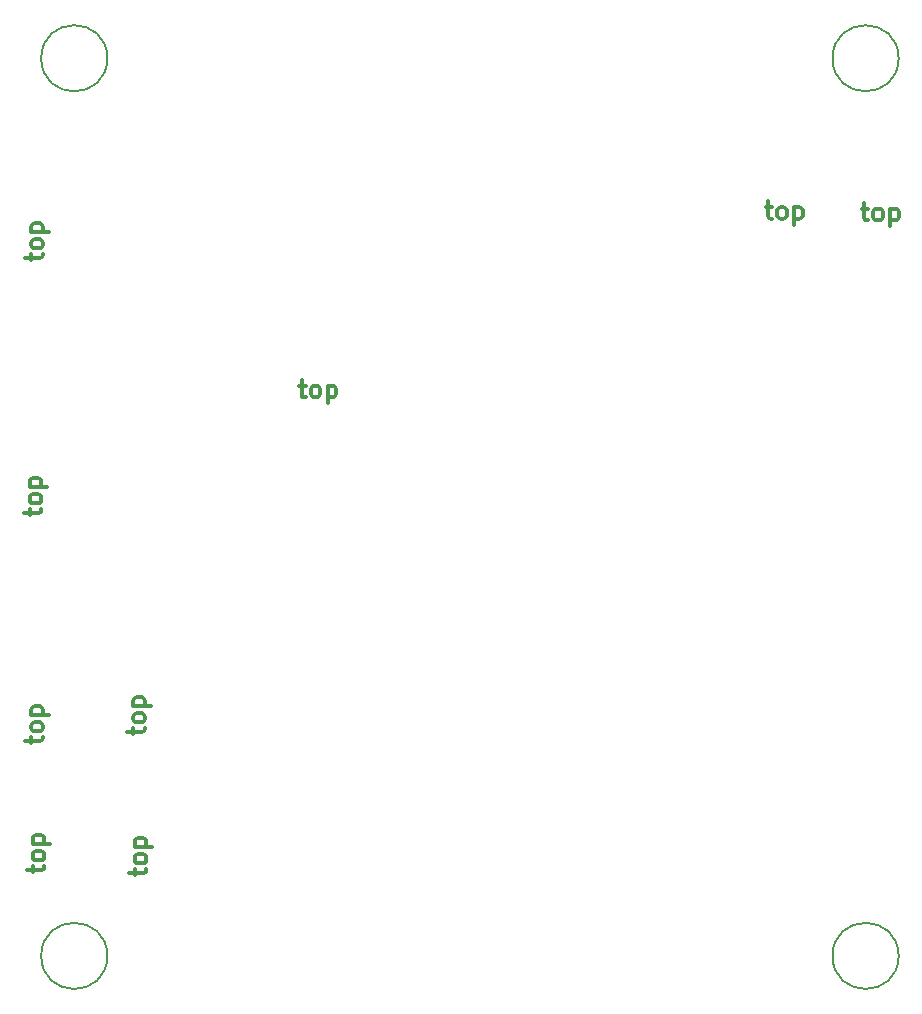
<source format=gbr>
%TF.GenerationSoftware,KiCad,Pcbnew,5.1.10-88a1d61d58~88~ubuntu20.04.1*%
%TF.CreationDate,2021-05-12T17:41:59+01:00*%
%TF.ProjectId,flypi,666c7970-692e-46b6-9963-61645f706362,rev?*%
%TF.SameCoordinates,Original*%
%TF.FileFunction,Other,Comment*%
%FSLAX46Y46*%
G04 Gerber Fmt 4.6, Leading zero omitted, Abs format (unit mm)*
G04 Created by KiCad (PCBNEW 5.1.10-88a1d61d58~88~ubuntu20.04.1) date 2021-05-12 17:41:59*
%MOMM*%
%LPD*%
G01*
G04 APERTURE LIST*
%ADD10C,0.300000*%
%ADD11C,0.150000*%
G04 APERTURE END LIST*
D10*
X114486571Y-110735857D02*
X114486571Y-110164428D01*
X113986571Y-110521571D02*
X115272285Y-110521571D01*
X115415142Y-110450142D01*
X115486571Y-110307285D01*
X115486571Y-110164428D01*
X115486571Y-109450142D02*
X115415142Y-109593000D01*
X115343714Y-109664428D01*
X115200857Y-109735857D01*
X114772285Y-109735857D01*
X114629428Y-109664428D01*
X114558000Y-109593000D01*
X114486571Y-109450142D01*
X114486571Y-109235857D01*
X114558000Y-109093000D01*
X114629428Y-109021571D01*
X114772285Y-108950142D01*
X115200857Y-108950142D01*
X115343714Y-109021571D01*
X115415142Y-109093000D01*
X115486571Y-109235857D01*
X115486571Y-109450142D01*
X114486571Y-108307285D02*
X115986571Y-108307285D01*
X114558000Y-108307285D02*
X114486571Y-108164428D01*
X114486571Y-107878714D01*
X114558000Y-107735857D01*
X114629428Y-107664428D01*
X114772285Y-107593000D01*
X115200857Y-107593000D01*
X115343714Y-107664428D01*
X115415142Y-107735857D01*
X115486571Y-107878714D01*
X115486571Y-108164428D01*
X115415142Y-108307285D01*
X114613571Y-122673857D02*
X114613571Y-122102428D01*
X114113571Y-122459571D02*
X115399285Y-122459571D01*
X115542142Y-122388142D01*
X115613571Y-122245285D01*
X115613571Y-122102428D01*
X115613571Y-121388142D02*
X115542142Y-121531000D01*
X115470714Y-121602428D01*
X115327857Y-121673857D01*
X114899285Y-121673857D01*
X114756428Y-121602428D01*
X114685000Y-121531000D01*
X114613571Y-121388142D01*
X114613571Y-121173857D01*
X114685000Y-121031000D01*
X114756428Y-120959571D01*
X114899285Y-120888142D01*
X115327857Y-120888142D01*
X115470714Y-120959571D01*
X115542142Y-121031000D01*
X115613571Y-121173857D01*
X115613571Y-121388142D01*
X114613571Y-120245285D02*
X116113571Y-120245285D01*
X114685000Y-120245285D02*
X114613571Y-120102428D01*
X114613571Y-119816714D01*
X114685000Y-119673857D01*
X114756428Y-119602428D01*
X114899285Y-119531000D01*
X115327857Y-119531000D01*
X115470714Y-119602428D01*
X115542142Y-119673857D01*
X115613571Y-119816714D01*
X115613571Y-120102428D01*
X115542142Y-120245285D01*
X105977571Y-122419857D02*
X105977571Y-121848428D01*
X105477571Y-122205571D02*
X106763285Y-122205571D01*
X106906142Y-122134142D01*
X106977571Y-121991285D01*
X106977571Y-121848428D01*
X106977571Y-121134142D02*
X106906142Y-121277000D01*
X106834714Y-121348428D01*
X106691857Y-121419857D01*
X106263285Y-121419857D01*
X106120428Y-121348428D01*
X106049000Y-121277000D01*
X105977571Y-121134142D01*
X105977571Y-120919857D01*
X106049000Y-120777000D01*
X106120428Y-120705571D01*
X106263285Y-120634142D01*
X106691857Y-120634142D01*
X106834714Y-120705571D01*
X106906142Y-120777000D01*
X106977571Y-120919857D01*
X106977571Y-121134142D01*
X105977571Y-119991285D02*
X107477571Y-119991285D01*
X106049000Y-119991285D02*
X105977571Y-119848428D01*
X105977571Y-119562714D01*
X106049000Y-119419857D01*
X106120428Y-119348428D01*
X106263285Y-119277000D01*
X106691857Y-119277000D01*
X106834714Y-119348428D01*
X106906142Y-119419857D01*
X106977571Y-119562714D01*
X106977571Y-119848428D01*
X106906142Y-119991285D01*
X105850571Y-111497857D02*
X105850571Y-110926428D01*
X105350571Y-111283571D02*
X106636285Y-111283571D01*
X106779142Y-111212142D01*
X106850571Y-111069285D01*
X106850571Y-110926428D01*
X106850571Y-110212142D02*
X106779142Y-110355000D01*
X106707714Y-110426428D01*
X106564857Y-110497857D01*
X106136285Y-110497857D01*
X105993428Y-110426428D01*
X105922000Y-110355000D01*
X105850571Y-110212142D01*
X105850571Y-109997857D01*
X105922000Y-109855000D01*
X105993428Y-109783571D01*
X106136285Y-109712142D01*
X106564857Y-109712142D01*
X106707714Y-109783571D01*
X106779142Y-109855000D01*
X106850571Y-109997857D01*
X106850571Y-110212142D01*
X105850571Y-109069285D02*
X107350571Y-109069285D01*
X105922000Y-109069285D02*
X105850571Y-108926428D01*
X105850571Y-108640714D01*
X105922000Y-108497857D01*
X105993428Y-108426428D01*
X106136285Y-108355000D01*
X106564857Y-108355000D01*
X106707714Y-108426428D01*
X106779142Y-108497857D01*
X106850571Y-108640714D01*
X106850571Y-108926428D01*
X106779142Y-109069285D01*
X128532142Y-81212571D02*
X129103571Y-81212571D01*
X128746428Y-80712571D02*
X128746428Y-81998285D01*
X128817857Y-82141142D01*
X128960714Y-82212571D01*
X129103571Y-82212571D01*
X129817857Y-82212571D02*
X129675000Y-82141142D01*
X129603571Y-82069714D01*
X129532142Y-81926857D01*
X129532142Y-81498285D01*
X129603571Y-81355428D01*
X129675000Y-81284000D01*
X129817857Y-81212571D01*
X130032142Y-81212571D01*
X130175000Y-81284000D01*
X130246428Y-81355428D01*
X130317857Y-81498285D01*
X130317857Y-81926857D01*
X130246428Y-82069714D01*
X130175000Y-82141142D01*
X130032142Y-82212571D01*
X129817857Y-82212571D01*
X130960714Y-81212571D02*
X130960714Y-82712571D01*
X130960714Y-81284000D02*
X131103571Y-81212571D01*
X131389285Y-81212571D01*
X131532142Y-81284000D01*
X131603571Y-81355428D01*
X131675000Y-81498285D01*
X131675000Y-81926857D01*
X131603571Y-82069714D01*
X131532142Y-82141142D01*
X131389285Y-82212571D01*
X131103571Y-82212571D01*
X130960714Y-82141142D01*
X105723571Y-92193857D02*
X105723571Y-91622428D01*
X105223571Y-91979571D02*
X106509285Y-91979571D01*
X106652142Y-91908142D01*
X106723571Y-91765285D01*
X106723571Y-91622428D01*
X106723571Y-90908142D02*
X106652142Y-91051000D01*
X106580714Y-91122428D01*
X106437857Y-91193857D01*
X106009285Y-91193857D01*
X105866428Y-91122428D01*
X105795000Y-91051000D01*
X105723571Y-90908142D01*
X105723571Y-90693857D01*
X105795000Y-90551000D01*
X105866428Y-90479571D01*
X106009285Y-90408142D01*
X106437857Y-90408142D01*
X106580714Y-90479571D01*
X106652142Y-90551000D01*
X106723571Y-90693857D01*
X106723571Y-90908142D01*
X105723571Y-89765285D02*
X107223571Y-89765285D01*
X105795000Y-89765285D02*
X105723571Y-89622428D01*
X105723571Y-89336714D01*
X105795000Y-89193857D01*
X105866428Y-89122428D01*
X106009285Y-89051000D01*
X106437857Y-89051000D01*
X106580714Y-89122428D01*
X106652142Y-89193857D01*
X106723571Y-89336714D01*
X106723571Y-89622428D01*
X106652142Y-89765285D01*
X105850571Y-70603857D02*
X105850571Y-70032428D01*
X105350571Y-70389571D02*
X106636285Y-70389571D01*
X106779142Y-70318142D01*
X106850571Y-70175285D01*
X106850571Y-70032428D01*
X106850571Y-69318142D02*
X106779142Y-69461000D01*
X106707714Y-69532428D01*
X106564857Y-69603857D01*
X106136285Y-69603857D01*
X105993428Y-69532428D01*
X105922000Y-69461000D01*
X105850571Y-69318142D01*
X105850571Y-69103857D01*
X105922000Y-68961000D01*
X105993428Y-68889571D01*
X106136285Y-68818142D01*
X106564857Y-68818142D01*
X106707714Y-68889571D01*
X106779142Y-68961000D01*
X106850571Y-69103857D01*
X106850571Y-69318142D01*
X105850571Y-68175285D02*
X107350571Y-68175285D01*
X105922000Y-68175285D02*
X105850571Y-68032428D01*
X105850571Y-67746714D01*
X105922000Y-67603857D01*
X105993428Y-67532428D01*
X106136285Y-67461000D01*
X106564857Y-67461000D01*
X106707714Y-67532428D01*
X106779142Y-67603857D01*
X106850571Y-67746714D01*
X106850571Y-68032428D01*
X106779142Y-68175285D01*
X168029142Y-66099571D02*
X168600571Y-66099571D01*
X168243428Y-65599571D02*
X168243428Y-66885285D01*
X168314857Y-67028142D01*
X168457714Y-67099571D01*
X168600571Y-67099571D01*
X169314857Y-67099571D02*
X169172000Y-67028142D01*
X169100571Y-66956714D01*
X169029142Y-66813857D01*
X169029142Y-66385285D01*
X169100571Y-66242428D01*
X169172000Y-66171000D01*
X169314857Y-66099571D01*
X169529142Y-66099571D01*
X169672000Y-66171000D01*
X169743428Y-66242428D01*
X169814857Y-66385285D01*
X169814857Y-66813857D01*
X169743428Y-66956714D01*
X169672000Y-67028142D01*
X169529142Y-67099571D01*
X169314857Y-67099571D01*
X170457714Y-66099571D02*
X170457714Y-67599571D01*
X170457714Y-66171000D02*
X170600571Y-66099571D01*
X170886285Y-66099571D01*
X171029142Y-66171000D01*
X171100571Y-66242428D01*
X171172000Y-66385285D01*
X171172000Y-66813857D01*
X171100571Y-66956714D01*
X171029142Y-67028142D01*
X170886285Y-67099571D01*
X170600571Y-67099571D01*
X170457714Y-67028142D01*
X176157142Y-66226571D02*
X176728571Y-66226571D01*
X176371428Y-65726571D02*
X176371428Y-67012285D01*
X176442857Y-67155142D01*
X176585714Y-67226571D01*
X176728571Y-67226571D01*
X177442857Y-67226571D02*
X177300000Y-67155142D01*
X177228571Y-67083714D01*
X177157142Y-66940857D01*
X177157142Y-66512285D01*
X177228571Y-66369428D01*
X177300000Y-66298000D01*
X177442857Y-66226571D01*
X177657142Y-66226571D01*
X177800000Y-66298000D01*
X177871428Y-66369428D01*
X177942857Y-66512285D01*
X177942857Y-66940857D01*
X177871428Y-67083714D01*
X177800000Y-67155142D01*
X177657142Y-67226571D01*
X177442857Y-67226571D01*
X178585714Y-66226571D02*
X178585714Y-67726571D01*
X178585714Y-66298000D02*
X178728571Y-66226571D01*
X179014285Y-66226571D01*
X179157142Y-66298000D01*
X179228571Y-66369428D01*
X179300000Y-66512285D01*
X179300000Y-66940857D01*
X179228571Y-67083714D01*
X179157142Y-67155142D01*
X179014285Y-67226571D01*
X178728571Y-67226571D01*
X178585714Y-67155142D01*
D11*
%TO.C, *%
X112300000Y-53500000D02*
G75*
G03*
X112300000Y-53500000I-2800000J0D01*
G01*
%TO.C,*%
X112300000Y-129500000D02*
G75*
G03*
X112300000Y-129500000I-2800000J0D01*
G01*
X179300000Y-53500000D02*
G75*
G03*
X179300000Y-53500000I-2800000J0D01*
G01*
X179300000Y-129500000D02*
G75*
G03*
X179300000Y-129500000I-2800000J0D01*
G01*
%TD*%
M02*

</source>
